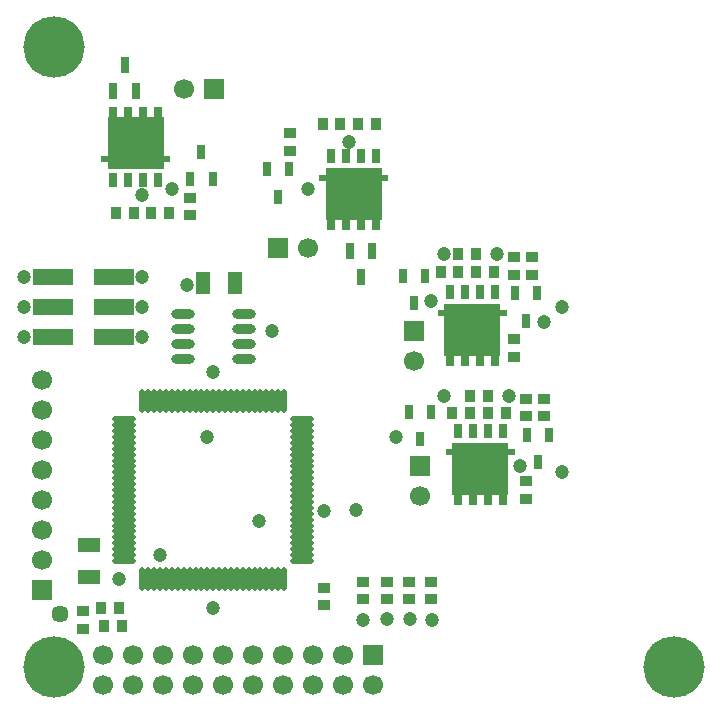
<source format=gts>
G04 Layer_Color=8388736*
%FSLAX25Y25*%
%MOIN*%
G70*
G01*
G75*
%ADD35R,0.04331X0.03543*%
%ADD36R,0.03543X0.04331*%
%ADD37R,0.03150X0.04921*%
%ADD38R,0.07480X0.05118*%
%ADD39R,0.05118X0.07480*%
%ADD40O,0.07874X0.03150*%
%ADD41R,0.03150X0.05315*%
%ADD42R,0.02992X0.04961*%
%ADD43R,0.02992X0.04173*%
%ADD44R,0.02913X0.02165*%
%ADD45R,0.18976X0.17402*%
%ADD46O,0.01969X0.07874*%
%ADD47O,0.07874X0.01969*%
%ADD48R,0.13287X0.05276*%
%ADD49C,0.06693*%
%ADD50R,0.06693X0.06693*%
%ADD51R,0.06693X0.06693*%
%ADD52C,0.04724*%
%ADD53C,0.05709*%
%ADD54C,0.20472*%
D35*
X132283Y36417D02*
D03*
Y42323D02*
D03*
X139370Y36417D02*
D03*
Y42323D02*
D03*
X124803Y36417D02*
D03*
Y42323D02*
D03*
X116929Y36417D02*
D03*
Y42323D02*
D03*
X103937Y34449D02*
D03*
Y40354D02*
D03*
X92520Y186023D02*
D03*
Y191929D02*
D03*
X171260Y69882D02*
D03*
Y75788D02*
D03*
X59055Y170276D02*
D03*
Y164370D02*
D03*
X23622Y26575D02*
D03*
Y32480D02*
D03*
X177165Y97441D02*
D03*
Y103347D02*
D03*
X171260Y97441D02*
D03*
Y103347D02*
D03*
X167323Y117126D02*
D03*
Y123031D02*
D03*
Y144685D02*
D03*
Y150591D02*
D03*
X173228Y144685D02*
D03*
Y150591D02*
D03*
D36*
X154528Y151575D02*
D03*
X148622D02*
D03*
X35433Y33465D02*
D03*
X29528D02*
D03*
X146653Y98425D02*
D03*
X152559D02*
D03*
X158465D02*
D03*
X164370D02*
D03*
X36417Y27559D02*
D03*
X30512D02*
D03*
X109252Y194882D02*
D03*
X103346D02*
D03*
X40354Y165354D02*
D03*
X34449D02*
D03*
X46260D02*
D03*
X52165D02*
D03*
X158465Y104331D02*
D03*
X152559D02*
D03*
X142717Y145669D02*
D03*
X148622D02*
D03*
X154527D02*
D03*
X160433D02*
D03*
X115157Y194882D02*
D03*
X121063D02*
D03*
D37*
X92323Y179725D02*
D03*
X84842D02*
D03*
X88583Y170669D02*
D03*
X178937Y91142D02*
D03*
X171457D02*
D03*
X175197Y82087D02*
D03*
X59252Y176575D02*
D03*
X66732D02*
D03*
X62992Y185630D02*
D03*
X137599Y144291D02*
D03*
X130118D02*
D03*
X133858Y135236D02*
D03*
X139567Y99016D02*
D03*
X132087D02*
D03*
X135827Y89961D02*
D03*
X175000Y138386D02*
D03*
X167520D02*
D03*
X171260Y129331D02*
D03*
D38*
X25591Y54527D02*
D03*
Y43898D02*
D03*
D39*
X63583Y141732D02*
D03*
X74213D02*
D03*
D40*
X77165Y116516D02*
D03*
Y121516D02*
D03*
Y126516D02*
D03*
Y131516D02*
D03*
X56693Y116516D02*
D03*
Y121516D02*
D03*
Y126516D02*
D03*
Y131516D02*
D03*
D41*
X37402Y214567D02*
D03*
X41142Y205709D02*
D03*
X33661D02*
D03*
X116142Y143701D02*
D03*
X112401Y152559D02*
D03*
X119882D02*
D03*
D42*
X148386Y92520D02*
D03*
X153386D02*
D03*
X158386D02*
D03*
X163386D02*
D03*
X145728Y138917D02*
D03*
X150728D02*
D03*
X155728D02*
D03*
X160728D02*
D03*
X48524Y176043D02*
D03*
X43524D02*
D03*
X38524D02*
D03*
X33524D02*
D03*
X106299Y184055D02*
D03*
X111299D02*
D03*
X116299D02*
D03*
X121299D02*
D03*
D43*
X163386Y69882D02*
D03*
X158386D02*
D03*
X153386D02*
D03*
X148386D02*
D03*
X160728Y116280D02*
D03*
X155728D02*
D03*
X150728D02*
D03*
X145728D02*
D03*
X33524Y198681D02*
D03*
X38524D02*
D03*
X43524D02*
D03*
X48524D02*
D03*
X121299Y161417D02*
D03*
X116299D02*
D03*
X111299D02*
D03*
X106299D02*
D03*
D44*
X145728Y85492D02*
D03*
X166043D02*
D03*
X143071Y131890D02*
D03*
X163386D02*
D03*
X51181Y183071D02*
D03*
X30866D02*
D03*
X103642Y177027D02*
D03*
X123957D02*
D03*
D45*
X155886Y79882D02*
D03*
X153228Y126280D02*
D03*
X41024Y188681D02*
D03*
X113799Y171417D02*
D03*
D46*
X90551Y43110D02*
D03*
X88583D02*
D03*
X86614D02*
D03*
X84646D02*
D03*
X82677D02*
D03*
X80709D02*
D03*
X78740D02*
D03*
X76772D02*
D03*
X74803D02*
D03*
X72835D02*
D03*
X70866D02*
D03*
X68898D02*
D03*
X66929D02*
D03*
X64961D02*
D03*
X62992D02*
D03*
X61024D02*
D03*
X59055D02*
D03*
X57087D02*
D03*
X55118D02*
D03*
X53150D02*
D03*
X51181D02*
D03*
X49213D02*
D03*
X47244D02*
D03*
X45276D02*
D03*
X43307D02*
D03*
Y102559D02*
D03*
X45276D02*
D03*
X47244D02*
D03*
X49213D02*
D03*
X51181D02*
D03*
X53150D02*
D03*
X55118D02*
D03*
X57087D02*
D03*
X59055D02*
D03*
X61024D02*
D03*
X62992D02*
D03*
X64961D02*
D03*
X66929D02*
D03*
X68898D02*
D03*
X70866D02*
D03*
X72835D02*
D03*
X74803D02*
D03*
X76772D02*
D03*
X78740D02*
D03*
X80709D02*
D03*
X82677D02*
D03*
X84646D02*
D03*
X86614D02*
D03*
X88583D02*
D03*
X90551D02*
D03*
D47*
X37205Y49213D02*
D03*
Y51181D02*
D03*
Y53150D02*
D03*
Y55118D02*
D03*
Y57087D02*
D03*
Y59055D02*
D03*
Y61024D02*
D03*
Y62992D02*
D03*
Y64961D02*
D03*
Y66929D02*
D03*
Y68898D02*
D03*
Y70866D02*
D03*
Y72835D02*
D03*
Y74803D02*
D03*
Y76772D02*
D03*
Y78740D02*
D03*
Y80709D02*
D03*
Y82677D02*
D03*
Y84646D02*
D03*
Y86614D02*
D03*
Y88583D02*
D03*
Y90551D02*
D03*
Y92520D02*
D03*
Y94488D02*
D03*
Y96457D02*
D03*
X96654D02*
D03*
Y94488D02*
D03*
Y92520D02*
D03*
Y90551D02*
D03*
Y88583D02*
D03*
Y86614D02*
D03*
Y84646D02*
D03*
Y82677D02*
D03*
Y80709D02*
D03*
Y78740D02*
D03*
Y76772D02*
D03*
Y74803D02*
D03*
Y72835D02*
D03*
Y70866D02*
D03*
Y68898D02*
D03*
Y66929D02*
D03*
Y64961D02*
D03*
Y62992D02*
D03*
Y61024D02*
D03*
Y59055D02*
D03*
Y57087D02*
D03*
Y55118D02*
D03*
Y53150D02*
D03*
Y51181D02*
D03*
Y49213D02*
D03*
D48*
X33870Y123858D02*
D03*
X13378D02*
D03*
Y133858D02*
D03*
X33870D02*
D03*
X13378Y143858D02*
D03*
X33870D02*
D03*
D49*
X9843Y109370D02*
D03*
Y99370D02*
D03*
Y89370D02*
D03*
Y79370D02*
D03*
Y69370D02*
D03*
Y59370D02*
D03*
Y49370D02*
D03*
X57087Y206693D02*
D03*
X98425Y153543D02*
D03*
X30079Y7874D02*
D03*
Y17874D02*
D03*
X40079Y7874D02*
D03*
Y17874D02*
D03*
X50079Y7874D02*
D03*
Y17874D02*
D03*
X60079Y7874D02*
D03*
Y17874D02*
D03*
X70079Y7874D02*
D03*
Y17874D02*
D03*
X80079Y7874D02*
D03*
Y17874D02*
D03*
X90079Y7874D02*
D03*
Y17874D02*
D03*
X100079Y7874D02*
D03*
Y17874D02*
D03*
X110079Y7874D02*
D03*
Y17874D02*
D03*
X120079Y7874D02*
D03*
X133858Y115984D02*
D03*
X135827Y70709D02*
D03*
D50*
X9843Y39370D02*
D03*
X133858Y125984D02*
D03*
X135827Y80709D02*
D03*
D51*
X67087Y206693D02*
D03*
X88425Y153543D02*
D03*
X120079Y17874D02*
D03*
D52*
X43307Y143701D02*
D03*
X58268Y141339D02*
D03*
X116929Y29528D02*
D03*
X124803Y29921D02*
D03*
X132677D02*
D03*
X139764Y29528D02*
D03*
X66929Y33478D02*
D03*
X82284Y62598D02*
D03*
X103937Y65748D02*
D03*
X114567Y66142D02*
D03*
X3937Y133858D02*
D03*
Y143701D02*
D03*
X49213Y51181D02*
D03*
X35433Y43307D02*
D03*
X66929Y112205D02*
D03*
X64961Y90551D02*
D03*
X143701Y104331D02*
D03*
X165354D02*
D03*
X161417Y151575D02*
D03*
X143701D02*
D03*
X112205Y188976D02*
D03*
X3937Y124016D02*
D03*
X43307Y123858D02*
D03*
Y133858D02*
D03*
Y171260D02*
D03*
X53150Y173228D02*
D03*
X98425D02*
D03*
X139577Y135827D02*
D03*
X177165Y128740D02*
D03*
X183071Y133858D02*
D03*
X127953Y90551D02*
D03*
X169291Y80709D02*
D03*
X183071Y78740D02*
D03*
X86614Y125984D02*
D03*
D53*
X15748Y31496D02*
D03*
D54*
X220472Y13780D02*
D03*
X13780Y220472D02*
D03*
Y13780D02*
D03*
M02*

</source>
